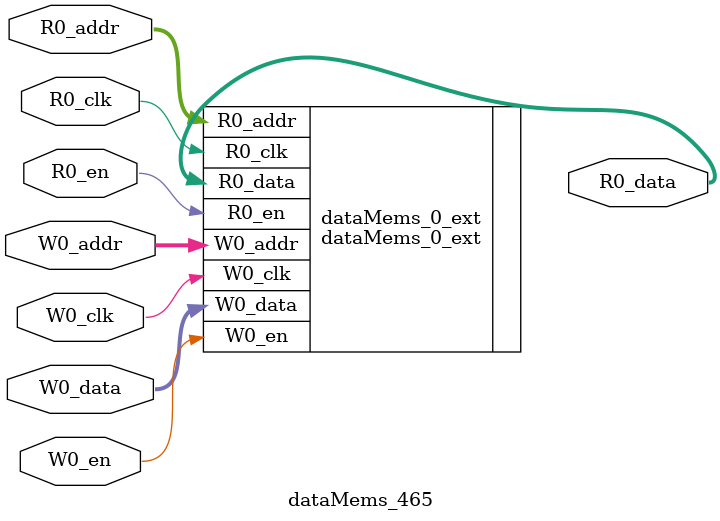
<source format=sv>
`ifndef RANDOMIZE
  `ifdef RANDOMIZE_REG_INIT
    `define RANDOMIZE
  `endif // RANDOMIZE_REG_INIT
`endif // not def RANDOMIZE
`ifndef RANDOMIZE
  `ifdef RANDOMIZE_MEM_INIT
    `define RANDOMIZE
  `endif // RANDOMIZE_MEM_INIT
`endif // not def RANDOMIZE

`ifndef RANDOM
  `define RANDOM $random
`endif // not def RANDOM

// Users can define 'PRINTF_COND' to add an extra gate to prints.
`ifndef PRINTF_COND_
  `ifdef PRINTF_COND
    `define PRINTF_COND_ (`PRINTF_COND)
  `else  // PRINTF_COND
    `define PRINTF_COND_ 1
  `endif // PRINTF_COND
`endif // not def PRINTF_COND_

// Users can define 'ASSERT_VERBOSE_COND' to add an extra gate to assert error printing.
`ifndef ASSERT_VERBOSE_COND_
  `ifdef ASSERT_VERBOSE_COND
    `define ASSERT_VERBOSE_COND_ (`ASSERT_VERBOSE_COND)
  `else  // ASSERT_VERBOSE_COND
    `define ASSERT_VERBOSE_COND_ 1
  `endif // ASSERT_VERBOSE_COND
`endif // not def ASSERT_VERBOSE_COND_

// Users can define 'STOP_COND' to add an extra gate to stop conditions.
`ifndef STOP_COND_
  `ifdef STOP_COND
    `define STOP_COND_ (`STOP_COND)
  `else  // STOP_COND
    `define STOP_COND_ 1
  `endif // STOP_COND
`endif // not def STOP_COND_

// Users can define INIT_RANDOM as general code that gets injected into the
// initializer block for modules with registers.
`ifndef INIT_RANDOM
  `define INIT_RANDOM
`endif // not def INIT_RANDOM

// If using random initialization, you can also define RANDOMIZE_DELAY to
// customize the delay used, otherwise 0.002 is used.
`ifndef RANDOMIZE_DELAY
  `define RANDOMIZE_DELAY 0.002
`endif // not def RANDOMIZE_DELAY

// Define INIT_RANDOM_PROLOG_ for use in our modules below.
`ifndef INIT_RANDOM_PROLOG_
  `ifdef RANDOMIZE
    `ifdef VERILATOR
      `define INIT_RANDOM_PROLOG_ `INIT_RANDOM
    `else  // VERILATOR
      `define INIT_RANDOM_PROLOG_ `INIT_RANDOM #`RANDOMIZE_DELAY begin end
    `endif // VERILATOR
  `else  // RANDOMIZE
    `define INIT_RANDOM_PROLOG_
  `endif // RANDOMIZE
`endif // not def INIT_RANDOM_PROLOG_

// Include register initializers in init blocks unless synthesis is set
`ifndef SYNTHESIS
  `ifndef ENABLE_INITIAL_REG_
    `define ENABLE_INITIAL_REG_
  `endif // not def ENABLE_INITIAL_REG_
`endif // not def SYNTHESIS

// Include rmemory initializers in init blocks unless synthesis is set
`ifndef SYNTHESIS
  `ifndef ENABLE_INITIAL_MEM_
    `define ENABLE_INITIAL_MEM_
  `endif // not def ENABLE_INITIAL_MEM_
`endif // not def SYNTHESIS

module dataMems_465(	// @[generators/ara/src/main/scala/UnsafeAXI4ToTL.scala:365:62]
  input  [4:0]  R0_addr,
  input         R0_en,
  input         R0_clk,
  output [66:0] R0_data,
  input  [4:0]  W0_addr,
  input         W0_en,
  input         W0_clk,
  input  [66:0] W0_data
);

  dataMems_0_ext dataMems_0_ext (	// @[generators/ara/src/main/scala/UnsafeAXI4ToTL.scala:365:62]
    .R0_addr (R0_addr),
    .R0_en   (R0_en),
    .R0_clk  (R0_clk),
    .R0_data (R0_data),
    .W0_addr (W0_addr),
    .W0_en   (W0_en),
    .W0_clk  (W0_clk),
    .W0_data (W0_data)
  );
endmodule


</source>
